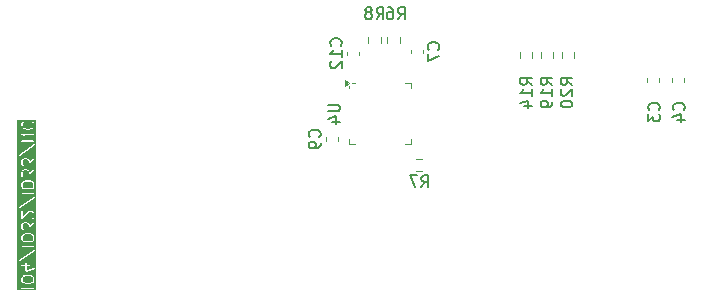
<source format=gbr>
%TF.GenerationSoftware,KiCad,Pcbnew,8.0.6*%
%TF.CreationDate,2024-11-25T13:49:05+01:00*%
%TF.ProjectId,esp32_POE,65737033-325f-4504-9f45-2e6b69636164,rev?*%
%TF.SameCoordinates,Original*%
%TF.FileFunction,Legend,Bot*%
%TF.FilePolarity,Positive*%
%FSLAX46Y46*%
G04 Gerber Fmt 4.6, Leading zero omitted, Abs format (unit mm)*
G04 Created by KiCad (PCBNEW 8.0.6) date 2024-11-25 13:49:05*
%MOMM*%
%LPD*%
G01*
G04 APERTURE LIST*
%ADD10C,0.100000*%
%ADD11C,0.150000*%
%ADD12C,0.120000*%
G04 APERTURE END LIST*
D10*
G36*
X208759161Y-142393645D02*
G01*
X208838867Y-142473351D01*
X208877580Y-142550776D01*
X208877580Y-142717645D01*
X208838867Y-142795070D01*
X208759161Y-142874776D01*
X208588092Y-142917544D01*
X208267069Y-142917544D01*
X208095999Y-142874776D01*
X208016292Y-142795069D01*
X207977580Y-142717645D01*
X207977580Y-142550776D01*
X208016292Y-142473352D01*
X208095999Y-142393645D01*
X208267069Y-142350878D01*
X208588092Y-142350878D01*
X208759161Y-142393645D01*
G37*
G36*
X208759161Y-138869836D02*
G01*
X208838867Y-138949542D01*
X208877580Y-139026967D01*
X208877580Y-139193836D01*
X208838867Y-139271261D01*
X208759161Y-139350967D01*
X208588092Y-139393735D01*
X208267069Y-139393735D01*
X208095999Y-139350967D01*
X208016292Y-139271260D01*
X207977580Y-139193836D01*
X207977580Y-139026967D01*
X208016292Y-138949543D01*
X208095999Y-138869836D01*
X208267069Y-138827069D01*
X208588092Y-138827069D01*
X208759161Y-138869836D01*
G37*
G36*
X208759161Y-134393646D02*
G01*
X208838867Y-134473352D01*
X208877580Y-134550777D01*
X208877580Y-134717646D01*
X208838867Y-134795071D01*
X208759161Y-134874777D01*
X208588092Y-134917545D01*
X208267069Y-134917545D01*
X208095999Y-134874777D01*
X208016292Y-134795070D01*
X207977580Y-134717646D01*
X207977580Y-134550777D01*
X208016292Y-134473353D01*
X208095999Y-134393646D01*
X208267069Y-134350879D01*
X208588092Y-134350879D01*
X208759161Y-134393646D01*
G37*
G36*
X209136185Y-143557226D02*
G01*
X207529325Y-143557226D01*
X207529325Y-143376981D01*
X207881386Y-143376981D01*
X207881386Y-143415249D01*
X207908446Y-143442309D01*
X207927580Y-143446115D01*
X208927580Y-143446115D01*
X208946714Y-143442309D01*
X208973774Y-143415249D01*
X208973774Y-143376981D01*
X208946714Y-143349921D01*
X208927580Y-143346115D01*
X207927580Y-143346115D01*
X207908446Y-143349921D01*
X207881386Y-143376981D01*
X207529325Y-143376981D01*
X207529325Y-142538973D01*
X207877580Y-142538973D01*
X207877580Y-142729449D01*
X207878068Y-142731905D01*
X207877706Y-142732994D01*
X207879822Y-142740721D01*
X207881386Y-142748583D01*
X207882197Y-142749394D01*
X207882859Y-142751810D01*
X207930479Y-142847048D01*
X207935394Y-142853382D01*
X207939845Y-142860042D01*
X208035083Y-142955280D01*
X208039585Y-142958288D01*
X208040672Y-142960099D01*
X208046210Y-142962715D01*
X208051304Y-142966119D01*
X208053415Y-142966119D01*
X208058311Y-142968432D01*
X208248787Y-143016051D01*
X208254904Y-143016348D01*
X208260914Y-143017544D01*
X208594247Y-143017544D01*
X208600256Y-143016348D01*
X208606374Y-143016051D01*
X208796850Y-142968432D01*
X208801746Y-142966119D01*
X208803857Y-142966119D01*
X208808950Y-142962715D01*
X208814489Y-142960099D01*
X208815575Y-142958288D01*
X208820078Y-142955280D01*
X208915316Y-142860042D01*
X208919766Y-142853382D01*
X208924682Y-142847048D01*
X208972301Y-142751810D01*
X208972962Y-142749394D01*
X208973774Y-142748583D01*
X208975337Y-142740721D01*
X208977454Y-142732994D01*
X208977091Y-142731905D01*
X208977580Y-142729449D01*
X208977580Y-142538973D01*
X208977091Y-142536516D01*
X208977454Y-142535428D01*
X208975337Y-142527700D01*
X208973774Y-142519839D01*
X208972962Y-142519027D01*
X208972301Y-142516612D01*
X208924682Y-142421374D01*
X208919766Y-142415039D01*
X208915316Y-142408380D01*
X208820078Y-142313142D01*
X208815575Y-142310133D01*
X208814489Y-142308323D01*
X208808950Y-142305706D01*
X208803857Y-142302303D01*
X208801746Y-142302303D01*
X208796850Y-142299990D01*
X208606374Y-142252371D01*
X208600256Y-142252073D01*
X208594247Y-142250878D01*
X208260914Y-142250878D01*
X208254904Y-142252073D01*
X208248787Y-142252371D01*
X208058311Y-142299990D01*
X208053415Y-142302303D01*
X208051304Y-142302303D01*
X208046210Y-142305706D01*
X208040672Y-142308323D01*
X208039585Y-142310133D01*
X208035083Y-142313142D01*
X207939845Y-142408380D01*
X207935394Y-142415039D01*
X207930479Y-142421374D01*
X207882859Y-142516612D01*
X207882197Y-142519027D01*
X207881386Y-142519839D01*
X207879822Y-142527700D01*
X207877706Y-142535428D01*
X207878068Y-142536516D01*
X207877580Y-142538973D01*
X207529325Y-142538973D01*
X207529325Y-141424601D01*
X207881386Y-141424601D01*
X207881386Y-141462869D01*
X207908446Y-141489929D01*
X207927580Y-141493735D01*
X208210914Y-141493735D01*
X208210914Y-141919925D01*
X208214720Y-141939059D01*
X208220538Y-141944877D01*
X208223141Y-141952685D01*
X208233550Y-141957889D01*
X208241780Y-141966119D01*
X208250010Y-141966119D01*
X208257370Y-141969799D01*
X208276725Y-141967359D01*
X208991011Y-141729264D01*
X209007959Y-141719603D01*
X209025074Y-141685374D01*
X209012972Y-141649070D01*
X208978744Y-141631956D01*
X208959388Y-141634396D01*
X208310914Y-141850554D01*
X208310914Y-141493735D01*
X208594247Y-141493735D01*
X208613381Y-141489929D01*
X208640441Y-141462869D01*
X208640441Y-141424601D01*
X208613381Y-141397541D01*
X208594247Y-141393735D01*
X208310914Y-141393735D01*
X208310914Y-141300878D01*
X208307108Y-141281744D01*
X208280048Y-141254684D01*
X208241780Y-141254684D01*
X208214720Y-141281744D01*
X208210914Y-141300878D01*
X208210914Y-141393735D01*
X207927580Y-141393735D01*
X207908446Y-141397541D01*
X207881386Y-141424601D01*
X207529325Y-141424601D01*
X207529325Y-141072485D01*
X207640436Y-141072485D01*
X207661663Y-141104326D01*
X207699188Y-141111831D01*
X207717220Y-141104385D01*
X209002935Y-140247243D01*
X209016744Y-140233462D01*
X209024249Y-140195937D01*
X209003022Y-140164096D01*
X208965496Y-140156591D01*
X208947465Y-140164038D01*
X207661750Y-141021179D01*
X207647941Y-141034960D01*
X207640436Y-141072485D01*
X207529325Y-141072485D01*
X207529325Y-139853172D01*
X207881386Y-139853172D01*
X207881386Y-139891440D01*
X207908446Y-139918500D01*
X207927580Y-139922306D01*
X208927580Y-139922306D01*
X208946714Y-139918500D01*
X208973774Y-139891440D01*
X208973774Y-139853172D01*
X208946714Y-139826112D01*
X208927580Y-139822306D01*
X207927580Y-139822306D01*
X207908446Y-139826112D01*
X207881386Y-139853172D01*
X207529325Y-139853172D01*
X207529325Y-139015164D01*
X207877580Y-139015164D01*
X207877580Y-139205640D01*
X207878068Y-139208096D01*
X207877706Y-139209185D01*
X207879822Y-139216912D01*
X207881386Y-139224774D01*
X207882197Y-139225585D01*
X207882859Y-139228001D01*
X207930479Y-139323239D01*
X207935394Y-139329573D01*
X207939845Y-139336233D01*
X208035083Y-139431471D01*
X208039585Y-139434479D01*
X208040672Y-139436290D01*
X208046210Y-139438906D01*
X208051304Y-139442310D01*
X208053415Y-139442310D01*
X208058311Y-139444623D01*
X208248787Y-139492242D01*
X208254904Y-139492539D01*
X208260914Y-139493735D01*
X208594247Y-139493735D01*
X208600256Y-139492539D01*
X208606374Y-139492242D01*
X208796850Y-139444623D01*
X208801746Y-139442310D01*
X208803857Y-139442310D01*
X208808950Y-139438906D01*
X208814489Y-139436290D01*
X208815575Y-139434479D01*
X208820078Y-139431471D01*
X208915316Y-139336233D01*
X208919766Y-139329573D01*
X208924682Y-139323239D01*
X208972301Y-139228001D01*
X208972962Y-139225585D01*
X208973774Y-139224774D01*
X208975337Y-139216912D01*
X208977454Y-139209185D01*
X208977091Y-139208096D01*
X208977580Y-139205640D01*
X208977580Y-139015164D01*
X208977091Y-139012707D01*
X208977454Y-139011619D01*
X208975337Y-139003891D01*
X208973774Y-138996030D01*
X208972962Y-138995218D01*
X208972301Y-138992803D01*
X208924682Y-138897565D01*
X208919766Y-138891230D01*
X208915316Y-138884571D01*
X208820078Y-138789333D01*
X208815575Y-138786324D01*
X208814489Y-138784514D01*
X208808950Y-138781897D01*
X208803857Y-138778494D01*
X208801746Y-138778494D01*
X208796850Y-138776181D01*
X208606374Y-138728562D01*
X208600256Y-138728264D01*
X208594247Y-138727069D01*
X208260914Y-138727069D01*
X208254904Y-138728264D01*
X208248787Y-138728562D01*
X208058311Y-138776181D01*
X208053415Y-138778494D01*
X208051304Y-138778494D01*
X208046210Y-138781897D01*
X208040672Y-138784514D01*
X208039585Y-138786324D01*
X208035083Y-138789333D01*
X207939845Y-138884571D01*
X207935394Y-138891230D01*
X207930479Y-138897565D01*
X207882859Y-138992803D01*
X207882197Y-138995218D01*
X207881386Y-138996030D01*
X207879822Y-139003891D01*
X207877706Y-139011619D01*
X207878068Y-139012707D01*
X207877580Y-139015164D01*
X207529325Y-139015164D01*
X207529325Y-138015164D01*
X207877580Y-138015164D01*
X207877580Y-138300878D01*
X207878068Y-138303334D01*
X207877706Y-138304423D01*
X207879822Y-138312150D01*
X207881386Y-138320012D01*
X207882197Y-138320823D01*
X207882859Y-138323239D01*
X207930479Y-138418477D01*
X207935394Y-138424811D01*
X207939845Y-138431471D01*
X207987463Y-138479090D01*
X208003684Y-138489929D01*
X208041953Y-138489929D01*
X208069013Y-138462869D01*
X208069013Y-138424600D01*
X208058174Y-138408379D01*
X208016292Y-138366498D01*
X207977580Y-138289074D01*
X207977580Y-138026967D01*
X208016292Y-137949543D01*
X208052437Y-137913399D01*
X208129861Y-137874688D01*
X208344349Y-137874688D01*
X208421772Y-137913399D01*
X208457916Y-137949544D01*
X208496628Y-138026967D01*
X208496628Y-138158021D01*
X208499402Y-138171967D01*
X208499264Y-138174040D01*
X208499976Y-138174854D01*
X208500434Y-138177155D01*
X208512874Y-138189595D01*
X208524463Y-138202840D01*
X208526237Y-138202958D01*
X208527494Y-138204215D01*
X208545093Y-138204215D01*
X208562647Y-138205385D01*
X208564679Y-138204215D01*
X208565762Y-138204215D01*
X208567232Y-138202744D01*
X208579553Y-138195650D01*
X208877580Y-137934876D01*
X208877580Y-138443735D01*
X208881386Y-138462869D01*
X208908446Y-138489929D01*
X208946714Y-138489929D01*
X208973774Y-138462869D01*
X208977580Y-138443735D01*
X208977580Y-137824688D01*
X208974805Y-137810741D01*
X208974944Y-137808669D01*
X208974231Y-137807854D01*
X208973774Y-137805554D01*
X208961333Y-137793113D01*
X208949745Y-137779869D01*
X208947970Y-137779750D01*
X208946714Y-137778494D01*
X208929115Y-137778494D01*
X208911561Y-137777324D01*
X208909529Y-137778494D01*
X208908446Y-137778494D01*
X208906975Y-137779964D01*
X208894655Y-137787059D01*
X208596628Y-138047832D01*
X208596628Y-138015164D01*
X208596139Y-138012707D01*
X208596502Y-138011619D01*
X208594385Y-138003891D01*
X208592822Y-137996030D01*
X208592010Y-137995218D01*
X208591349Y-137992803D01*
X208543730Y-137897565D01*
X208538818Y-137891236D01*
X208534364Y-137884570D01*
X208486745Y-137836952D01*
X208480083Y-137832500D01*
X208473750Y-137827585D01*
X208378513Y-137779967D01*
X208376097Y-137779305D01*
X208375286Y-137778494D01*
X208367424Y-137776930D01*
X208359697Y-137774814D01*
X208358608Y-137775176D01*
X208356152Y-137774688D01*
X208118057Y-137774688D01*
X208115600Y-137775176D01*
X208114512Y-137774814D01*
X208106784Y-137776930D01*
X208098923Y-137778494D01*
X208098111Y-137779305D01*
X208095696Y-137779967D01*
X208000458Y-137827586D01*
X207994129Y-137832497D01*
X207987463Y-137836952D01*
X207939845Y-137884571D01*
X207935394Y-137891230D01*
X207930479Y-137897565D01*
X207882859Y-137992803D01*
X207882197Y-137995218D01*
X207881386Y-137996030D01*
X207879822Y-138003891D01*
X207877706Y-138011619D01*
X207878068Y-138012707D01*
X207877580Y-138015164D01*
X207529325Y-138015164D01*
X207529325Y-136872307D01*
X207877580Y-136872307D01*
X207877580Y-137491354D01*
X207881386Y-137510488D01*
X207908446Y-137537548D01*
X207946714Y-137537548D01*
X207962935Y-137526709D01*
X208526017Y-136963627D01*
X208649979Y-136922307D01*
X208725301Y-136922307D01*
X208802724Y-136961018D01*
X208838868Y-136997163D01*
X208877580Y-137074586D01*
X208877580Y-137289074D01*
X208838868Y-137366497D01*
X208796987Y-137408380D01*
X208786148Y-137424601D01*
X208786148Y-137462869D01*
X208813208Y-137489929D01*
X208851476Y-137489929D01*
X208867697Y-137479090D01*
X208915316Y-137431472D01*
X208919770Y-137424805D01*
X208924682Y-137418477D01*
X208972301Y-137323239D01*
X208972962Y-137320823D01*
X208973774Y-137320012D01*
X208975337Y-137312150D01*
X208977454Y-137304423D01*
X208977091Y-137303334D01*
X208977580Y-137300878D01*
X208977580Y-137062783D01*
X208977091Y-137060326D01*
X208977454Y-137059238D01*
X208975337Y-137051510D01*
X208973774Y-137043649D01*
X208972962Y-137042837D01*
X208972301Y-137040422D01*
X208924682Y-136945184D01*
X208919770Y-136938855D01*
X208915316Y-136932189D01*
X208867697Y-136884571D01*
X208861035Y-136880119D01*
X208854702Y-136875204D01*
X208759465Y-136827586D01*
X208757049Y-136826924D01*
X208756238Y-136826113D01*
X208748376Y-136824549D01*
X208740649Y-136822433D01*
X208739560Y-136822795D01*
X208737104Y-136822307D01*
X208641866Y-136822307D01*
X208634004Y-136823870D01*
X208626054Y-136824873D01*
X208483198Y-136872492D01*
X208481023Y-136873732D01*
X208479875Y-136873732D01*
X208473214Y-136878182D01*
X208466249Y-136882153D01*
X208465735Y-136883180D01*
X208463654Y-136884571D01*
X207977580Y-137370644D01*
X207977580Y-136872307D01*
X207973774Y-136853173D01*
X207946714Y-136826113D01*
X207908446Y-136826113D01*
X207881386Y-136853173D01*
X207877580Y-136872307D01*
X207529325Y-136872307D01*
X207529325Y-136596295D01*
X207640436Y-136596295D01*
X207661663Y-136628136D01*
X207699188Y-136635641D01*
X207717220Y-136628195D01*
X209002935Y-135771053D01*
X209016744Y-135757272D01*
X209024249Y-135719747D01*
X209003022Y-135687906D01*
X208965496Y-135680401D01*
X208947465Y-135687848D01*
X207661750Y-136544989D01*
X207647941Y-136558770D01*
X207640436Y-136596295D01*
X207529325Y-136596295D01*
X207529325Y-135376982D01*
X207881386Y-135376982D01*
X207881386Y-135415250D01*
X207908446Y-135442310D01*
X207927580Y-135446116D01*
X208927580Y-135446116D01*
X208946714Y-135442310D01*
X208973774Y-135415250D01*
X208973774Y-135376982D01*
X208946714Y-135349922D01*
X208927580Y-135346116D01*
X207927580Y-135346116D01*
X207908446Y-135349922D01*
X207881386Y-135376982D01*
X207529325Y-135376982D01*
X207529325Y-134538974D01*
X207877580Y-134538974D01*
X207877580Y-134729450D01*
X207878068Y-134731906D01*
X207877706Y-134732995D01*
X207879822Y-134740722D01*
X207881386Y-134748584D01*
X207882197Y-134749395D01*
X207882859Y-134751811D01*
X207930479Y-134847049D01*
X207935394Y-134853383D01*
X207939845Y-134860043D01*
X208035083Y-134955281D01*
X208039585Y-134958289D01*
X208040672Y-134960100D01*
X208046210Y-134962716D01*
X208051304Y-134966120D01*
X208053415Y-134966120D01*
X208058311Y-134968433D01*
X208248787Y-135016052D01*
X208254904Y-135016349D01*
X208260914Y-135017545D01*
X208594247Y-135017545D01*
X208600256Y-135016349D01*
X208606374Y-135016052D01*
X208796850Y-134968433D01*
X208801746Y-134966120D01*
X208803857Y-134966120D01*
X208808950Y-134962716D01*
X208814489Y-134960100D01*
X208815575Y-134958289D01*
X208820078Y-134955281D01*
X208915316Y-134860043D01*
X208919766Y-134853383D01*
X208924682Y-134847049D01*
X208972301Y-134751811D01*
X208972962Y-134749395D01*
X208973774Y-134748584D01*
X208975337Y-134740722D01*
X208977454Y-134732995D01*
X208977091Y-134731906D01*
X208977580Y-134729450D01*
X208977580Y-134538974D01*
X208977091Y-134536517D01*
X208977454Y-134535429D01*
X208975337Y-134527701D01*
X208973774Y-134519840D01*
X208972962Y-134519028D01*
X208972301Y-134516613D01*
X208924682Y-134421375D01*
X208919766Y-134415040D01*
X208915316Y-134408381D01*
X208820078Y-134313143D01*
X208815575Y-134310134D01*
X208814489Y-134308324D01*
X208808950Y-134305707D01*
X208803857Y-134302304D01*
X208801746Y-134302304D01*
X208796850Y-134299991D01*
X208606374Y-134252372D01*
X208600256Y-134252074D01*
X208594247Y-134250879D01*
X208260914Y-134250879D01*
X208254904Y-134252074D01*
X208248787Y-134252372D01*
X208058311Y-134299991D01*
X208053415Y-134302304D01*
X208051304Y-134302304D01*
X208046210Y-134305707D01*
X208040672Y-134308324D01*
X208039585Y-134310134D01*
X208035083Y-134313143D01*
X207939845Y-134408381D01*
X207935394Y-134415040D01*
X207930479Y-134421375D01*
X207882859Y-134516613D01*
X207882197Y-134519028D01*
X207881386Y-134519840D01*
X207879822Y-134527701D01*
X207877706Y-134535429D01*
X207878068Y-134536517D01*
X207877580Y-134538974D01*
X207529325Y-134538974D01*
X207529325Y-133538974D01*
X207877580Y-133538974D01*
X207877580Y-133824688D01*
X207878068Y-133827144D01*
X207877706Y-133828233D01*
X207879822Y-133835960D01*
X207881386Y-133843822D01*
X207882197Y-133844633D01*
X207882859Y-133847049D01*
X207930479Y-133942287D01*
X207935394Y-133948621D01*
X207939845Y-133955281D01*
X207987463Y-134002900D01*
X208003684Y-134013739D01*
X208041953Y-134013739D01*
X208069013Y-133986679D01*
X208069013Y-133948410D01*
X208058174Y-133932189D01*
X208016292Y-133890308D01*
X207977580Y-133812884D01*
X207977580Y-133550777D01*
X208016292Y-133473353D01*
X208052437Y-133437209D01*
X208129861Y-133398498D01*
X208344349Y-133398498D01*
X208421772Y-133437209D01*
X208457916Y-133473354D01*
X208496628Y-133550777D01*
X208496628Y-133681831D01*
X208499402Y-133695777D01*
X208499264Y-133697850D01*
X208499976Y-133698664D01*
X208500434Y-133700965D01*
X208512874Y-133713405D01*
X208524463Y-133726650D01*
X208526237Y-133726768D01*
X208527494Y-133728025D01*
X208545093Y-133728025D01*
X208562647Y-133729195D01*
X208564679Y-133728025D01*
X208565762Y-133728025D01*
X208567232Y-133726554D01*
X208579553Y-133719460D01*
X208877580Y-133458686D01*
X208877580Y-133967545D01*
X208881386Y-133986679D01*
X208908446Y-134013739D01*
X208946714Y-134013739D01*
X208973774Y-133986679D01*
X208977580Y-133967545D01*
X208977580Y-133348498D01*
X208974805Y-133334551D01*
X208974944Y-133332479D01*
X208974231Y-133331664D01*
X208973774Y-133329364D01*
X208961333Y-133316923D01*
X208949745Y-133303679D01*
X208947970Y-133303560D01*
X208946714Y-133302304D01*
X208929115Y-133302304D01*
X208911561Y-133301134D01*
X208909529Y-133302304D01*
X208908446Y-133302304D01*
X208906975Y-133303774D01*
X208894655Y-133310869D01*
X208596628Y-133571642D01*
X208596628Y-133538974D01*
X208596139Y-133536517D01*
X208596502Y-133535429D01*
X208594385Y-133527701D01*
X208592822Y-133519840D01*
X208592010Y-133519028D01*
X208591349Y-133516613D01*
X208543730Y-133421375D01*
X208538818Y-133415046D01*
X208534364Y-133408380D01*
X208486745Y-133360762D01*
X208480083Y-133356310D01*
X208473750Y-133351395D01*
X208378513Y-133303777D01*
X208376097Y-133303115D01*
X208375286Y-133302304D01*
X208367424Y-133300740D01*
X208359697Y-133298624D01*
X208358608Y-133298986D01*
X208356152Y-133298498D01*
X208118057Y-133298498D01*
X208115600Y-133298986D01*
X208114512Y-133298624D01*
X208106784Y-133300740D01*
X208098923Y-133302304D01*
X208098111Y-133303115D01*
X208095696Y-133303777D01*
X208000458Y-133351396D01*
X207994129Y-133356307D01*
X207987463Y-133360762D01*
X207939845Y-133408381D01*
X207935394Y-133415040D01*
X207930479Y-133421375D01*
X207882859Y-133516613D01*
X207882197Y-133519028D01*
X207881386Y-133519840D01*
X207879822Y-133527701D01*
X207877706Y-133535429D01*
X207878068Y-133536517D01*
X207877580Y-133538974D01*
X207529325Y-133538974D01*
X207529325Y-132586593D01*
X207877580Y-132586593D01*
X207877580Y-132872307D01*
X207878068Y-132874763D01*
X207877706Y-132875852D01*
X207879822Y-132883579D01*
X207881386Y-132891441D01*
X207882197Y-132892252D01*
X207882859Y-132894668D01*
X207930479Y-132989906D01*
X207935394Y-132996240D01*
X207939845Y-133002900D01*
X207987463Y-133050519D01*
X208003684Y-133061358D01*
X208041953Y-133061358D01*
X208069013Y-133034298D01*
X208069013Y-132996029D01*
X208058174Y-132979808D01*
X208016292Y-132937927D01*
X207977580Y-132860503D01*
X207977580Y-132598396D01*
X208016292Y-132520972D01*
X208052437Y-132484828D01*
X208129861Y-132446117D01*
X208344349Y-132446117D01*
X208421772Y-132484828D01*
X208457916Y-132520973D01*
X208496628Y-132598396D01*
X208496628Y-132729450D01*
X208499402Y-132743396D01*
X208499264Y-132745469D01*
X208499976Y-132746283D01*
X208500434Y-132748584D01*
X208512874Y-132761024D01*
X208524463Y-132774269D01*
X208526237Y-132774387D01*
X208527494Y-132775644D01*
X208545093Y-132775644D01*
X208562647Y-132776814D01*
X208564679Y-132775644D01*
X208565762Y-132775644D01*
X208567232Y-132774173D01*
X208579553Y-132767079D01*
X208877580Y-132506305D01*
X208877580Y-133015164D01*
X208881386Y-133034298D01*
X208908446Y-133061358D01*
X208946714Y-133061358D01*
X208973774Y-133034298D01*
X208977580Y-133015164D01*
X208977580Y-132396117D01*
X208974805Y-132382170D01*
X208974944Y-132380098D01*
X208974231Y-132379283D01*
X208973774Y-132376983D01*
X208961333Y-132364542D01*
X208949745Y-132351298D01*
X208947970Y-132351179D01*
X208946714Y-132349923D01*
X208929115Y-132349923D01*
X208911561Y-132348753D01*
X208909529Y-132349923D01*
X208908446Y-132349923D01*
X208906975Y-132351393D01*
X208894655Y-132358488D01*
X208596628Y-132619261D01*
X208596628Y-132586593D01*
X208596139Y-132584136D01*
X208596502Y-132583048D01*
X208594385Y-132575320D01*
X208592822Y-132567459D01*
X208592010Y-132566647D01*
X208591349Y-132564232D01*
X208543730Y-132468994D01*
X208538818Y-132462665D01*
X208534364Y-132455999D01*
X208486745Y-132408381D01*
X208480083Y-132403929D01*
X208473750Y-132399014D01*
X208378513Y-132351396D01*
X208376097Y-132350734D01*
X208375286Y-132349923D01*
X208367424Y-132348359D01*
X208359697Y-132346243D01*
X208358608Y-132346605D01*
X208356152Y-132346117D01*
X208118057Y-132346117D01*
X208115600Y-132346605D01*
X208114512Y-132346243D01*
X208106784Y-132348359D01*
X208098923Y-132349923D01*
X208098111Y-132350734D01*
X208095696Y-132351396D01*
X208000458Y-132399015D01*
X207994129Y-132403926D01*
X207987463Y-132408381D01*
X207939845Y-132456000D01*
X207935394Y-132462659D01*
X207930479Y-132468994D01*
X207882859Y-132564232D01*
X207882197Y-132566647D01*
X207881386Y-132567459D01*
X207879822Y-132575320D01*
X207877706Y-132583048D01*
X207878068Y-132584136D01*
X207877580Y-132586593D01*
X207529325Y-132586593D01*
X207529325Y-132120105D01*
X207640436Y-132120105D01*
X207661663Y-132151946D01*
X207699188Y-132159451D01*
X207717220Y-132152005D01*
X209002935Y-131294863D01*
X209016744Y-131281082D01*
X209024249Y-131243557D01*
X209003022Y-131211716D01*
X208965496Y-131204211D01*
X208947465Y-131211658D01*
X207661750Y-132068799D01*
X207647941Y-132082580D01*
X207640436Y-132120105D01*
X207529325Y-132120105D01*
X207529325Y-130342192D01*
X207877979Y-130342192D01*
X207881386Y-130354684D01*
X207881386Y-130367632D01*
X207886240Y-130372486D01*
X207888048Y-130379113D01*
X207902773Y-130391910D01*
X208739302Y-130869926D01*
X207927580Y-130869926D01*
X207908446Y-130873732D01*
X207881386Y-130900792D01*
X207881386Y-130939060D01*
X207908446Y-130966120D01*
X207927580Y-130969926D01*
X208927580Y-130969926D01*
X208946714Y-130966120D01*
X208951568Y-130961265D01*
X208958195Y-130959458D01*
X208964620Y-130948213D01*
X208973774Y-130939060D01*
X208973774Y-130932194D01*
X208977181Y-130926232D01*
X208973774Y-130913739D01*
X208973774Y-130900792D01*
X208968918Y-130895936D01*
X208967112Y-130889312D01*
X208952387Y-130876514D01*
X208115858Y-130398498D01*
X208927580Y-130398498D01*
X208946714Y-130394692D01*
X208973774Y-130367632D01*
X208973774Y-130329364D01*
X208946714Y-130302304D01*
X208927580Y-130298498D01*
X207927580Y-130298498D01*
X207908446Y-130302304D01*
X207903591Y-130307158D01*
X207896965Y-130308966D01*
X207890539Y-130320210D01*
X207881386Y-130329364D01*
X207881386Y-130336229D01*
X207877979Y-130342192D01*
X207529325Y-130342192D01*
X207529325Y-129491355D01*
X207877580Y-129491355D01*
X207877580Y-129586593D01*
X207879143Y-129594454D01*
X207880146Y-129602405D01*
X207927766Y-129745262D01*
X207929006Y-129747437D01*
X207929006Y-129748584D01*
X207933455Y-129755242D01*
X207937427Y-129762210D01*
X207938454Y-129762723D01*
X207939845Y-129764805D01*
X208035083Y-129860043D01*
X208041742Y-129864493D01*
X208048077Y-129869409D01*
X208143315Y-129917028D01*
X208148596Y-129918474D01*
X208153549Y-129920814D01*
X208344025Y-129968433D01*
X208350142Y-129968730D01*
X208356152Y-129969926D01*
X208499009Y-129969926D01*
X208505018Y-129968730D01*
X208511136Y-129968433D01*
X208701612Y-129920814D01*
X208706564Y-129918474D01*
X208711846Y-129917028D01*
X208807083Y-129869410D01*
X208813416Y-129864494D01*
X208820078Y-129860043D01*
X208915316Y-129764805D01*
X208916706Y-129762723D01*
X208917734Y-129762210D01*
X208921704Y-129755244D01*
X208926155Y-129748584D01*
X208926155Y-129747436D01*
X208927395Y-129745261D01*
X208975014Y-129602405D01*
X208976016Y-129594454D01*
X208977580Y-129586593D01*
X208977580Y-129491355D01*
X208976016Y-129483493D01*
X208975014Y-129475543D01*
X208927395Y-129332687D01*
X208926155Y-129330511D01*
X208926155Y-129329363D01*
X208921700Y-129322696D01*
X208917734Y-129315738D01*
X208916707Y-129315224D01*
X208915316Y-129313142D01*
X208867697Y-129265524D01*
X208851476Y-129254685D01*
X208813208Y-129254685D01*
X208786148Y-129281745D01*
X208786148Y-129320013D01*
X208796987Y-129336234D01*
X208836259Y-129375507D01*
X208877580Y-129499468D01*
X208877580Y-129578480D01*
X208836259Y-129702441D01*
X208755106Y-129783595D01*
X208672034Y-129825131D01*
X208492854Y-129869926D01*
X208362307Y-129869926D01*
X208183128Y-129825131D01*
X208100054Y-129783594D01*
X208018901Y-129702441D01*
X207977580Y-129578478D01*
X207977580Y-129499469D01*
X208018901Y-129375506D01*
X208058174Y-129336235D01*
X208069013Y-129320014D01*
X208069013Y-129281745D01*
X208041953Y-129254685D01*
X208003684Y-129254685D01*
X207987463Y-129265524D01*
X207939845Y-129313143D01*
X207938454Y-129315224D01*
X207937427Y-129315738D01*
X207933455Y-129322705D01*
X207929006Y-129329364D01*
X207929006Y-129330510D01*
X207927766Y-129332686D01*
X207880146Y-129475543D01*
X207879143Y-129483493D01*
X207877580Y-129491355D01*
X207529325Y-129491355D01*
X207529325Y-129143574D01*
X209136185Y-129143574D01*
X209136185Y-143557226D01*
G37*
D11*
X237941666Y-120604819D02*
X238274999Y-120128628D01*
X238513094Y-120604819D02*
X238513094Y-119604819D01*
X238513094Y-119604819D02*
X238132142Y-119604819D01*
X238132142Y-119604819D02*
X238036904Y-119652438D01*
X238036904Y-119652438D02*
X237989285Y-119700057D01*
X237989285Y-119700057D02*
X237941666Y-119795295D01*
X237941666Y-119795295D02*
X237941666Y-119938152D01*
X237941666Y-119938152D02*
X237989285Y-120033390D01*
X237989285Y-120033390D02*
X238036904Y-120081009D01*
X238036904Y-120081009D02*
X238132142Y-120128628D01*
X238132142Y-120128628D02*
X238513094Y-120128628D01*
X237370237Y-120033390D02*
X237465475Y-119985771D01*
X237465475Y-119985771D02*
X237513094Y-119938152D01*
X237513094Y-119938152D02*
X237560713Y-119842914D01*
X237560713Y-119842914D02*
X237560713Y-119795295D01*
X237560713Y-119795295D02*
X237513094Y-119700057D01*
X237513094Y-119700057D02*
X237465475Y-119652438D01*
X237465475Y-119652438D02*
X237370237Y-119604819D01*
X237370237Y-119604819D02*
X237179761Y-119604819D01*
X237179761Y-119604819D02*
X237084523Y-119652438D01*
X237084523Y-119652438D02*
X237036904Y-119700057D01*
X237036904Y-119700057D02*
X236989285Y-119795295D01*
X236989285Y-119795295D02*
X236989285Y-119842914D01*
X236989285Y-119842914D02*
X237036904Y-119938152D01*
X237036904Y-119938152D02*
X237084523Y-119985771D01*
X237084523Y-119985771D02*
X237179761Y-120033390D01*
X237179761Y-120033390D02*
X237370237Y-120033390D01*
X237370237Y-120033390D02*
X237465475Y-120081009D01*
X237465475Y-120081009D02*
X237513094Y-120128628D01*
X237513094Y-120128628D02*
X237560713Y-120223866D01*
X237560713Y-120223866D02*
X237560713Y-120414342D01*
X237560713Y-120414342D02*
X237513094Y-120509580D01*
X237513094Y-120509580D02*
X237465475Y-120557200D01*
X237465475Y-120557200D02*
X237370237Y-120604819D01*
X237370237Y-120604819D02*
X237179761Y-120604819D01*
X237179761Y-120604819D02*
X237084523Y-120557200D01*
X237084523Y-120557200D02*
X237036904Y-120509580D01*
X237036904Y-120509580D02*
X236989285Y-120414342D01*
X236989285Y-120414342D02*
X236989285Y-120223866D01*
X236989285Y-120223866D02*
X237036904Y-120128628D01*
X237036904Y-120128628D02*
X237084523Y-120081009D01*
X237084523Y-120081009D02*
X237179761Y-120033390D01*
X233849819Y-127838095D02*
X234659342Y-127838095D01*
X234659342Y-127838095D02*
X234754580Y-127885714D01*
X234754580Y-127885714D02*
X234802200Y-127933333D01*
X234802200Y-127933333D02*
X234849819Y-128028571D01*
X234849819Y-128028571D02*
X234849819Y-128219047D01*
X234849819Y-128219047D02*
X234802200Y-128314285D01*
X234802200Y-128314285D02*
X234754580Y-128361904D01*
X234754580Y-128361904D02*
X234659342Y-128409523D01*
X234659342Y-128409523D02*
X233849819Y-128409523D01*
X234183152Y-129314285D02*
X234849819Y-129314285D01*
X233802200Y-129076190D02*
X234516485Y-128838095D01*
X234516485Y-128838095D02*
X234516485Y-129457142D01*
X251129819Y-126157142D02*
X250653628Y-125823809D01*
X251129819Y-125585714D02*
X250129819Y-125585714D01*
X250129819Y-125585714D02*
X250129819Y-125966666D01*
X250129819Y-125966666D02*
X250177438Y-126061904D01*
X250177438Y-126061904D02*
X250225057Y-126109523D01*
X250225057Y-126109523D02*
X250320295Y-126157142D01*
X250320295Y-126157142D02*
X250463152Y-126157142D01*
X250463152Y-126157142D02*
X250558390Y-126109523D01*
X250558390Y-126109523D02*
X250606009Y-126061904D01*
X250606009Y-126061904D02*
X250653628Y-125966666D01*
X250653628Y-125966666D02*
X250653628Y-125585714D01*
X251129819Y-127109523D02*
X251129819Y-126538095D01*
X251129819Y-126823809D02*
X250129819Y-126823809D01*
X250129819Y-126823809D02*
X250272676Y-126728571D01*
X250272676Y-126728571D02*
X250367914Y-126633333D01*
X250367914Y-126633333D02*
X250415533Y-126538095D01*
X250463152Y-127966666D02*
X251129819Y-127966666D01*
X250082200Y-127728571D02*
X250796485Y-127490476D01*
X250796485Y-127490476D02*
X250796485Y-128109523D01*
X263934580Y-128283333D02*
X263982200Y-128235714D01*
X263982200Y-128235714D02*
X264029819Y-128092857D01*
X264029819Y-128092857D02*
X264029819Y-127997619D01*
X264029819Y-127997619D02*
X263982200Y-127854762D01*
X263982200Y-127854762D02*
X263886961Y-127759524D01*
X263886961Y-127759524D02*
X263791723Y-127711905D01*
X263791723Y-127711905D02*
X263601247Y-127664286D01*
X263601247Y-127664286D02*
X263458390Y-127664286D01*
X263458390Y-127664286D02*
X263267914Y-127711905D01*
X263267914Y-127711905D02*
X263172676Y-127759524D01*
X263172676Y-127759524D02*
X263077438Y-127854762D01*
X263077438Y-127854762D02*
X263029819Y-127997619D01*
X263029819Y-127997619D02*
X263029819Y-128092857D01*
X263029819Y-128092857D02*
X263077438Y-128235714D01*
X263077438Y-128235714D02*
X263125057Y-128283333D01*
X263363152Y-129140476D02*
X264029819Y-129140476D01*
X262982200Y-128902381D02*
X263696485Y-128664286D01*
X263696485Y-128664286D02*
X263696485Y-129283333D01*
X239741666Y-120604819D02*
X240074999Y-120128628D01*
X240313094Y-120604819D02*
X240313094Y-119604819D01*
X240313094Y-119604819D02*
X239932142Y-119604819D01*
X239932142Y-119604819D02*
X239836904Y-119652438D01*
X239836904Y-119652438D02*
X239789285Y-119700057D01*
X239789285Y-119700057D02*
X239741666Y-119795295D01*
X239741666Y-119795295D02*
X239741666Y-119938152D01*
X239741666Y-119938152D02*
X239789285Y-120033390D01*
X239789285Y-120033390D02*
X239836904Y-120081009D01*
X239836904Y-120081009D02*
X239932142Y-120128628D01*
X239932142Y-120128628D02*
X240313094Y-120128628D01*
X238884523Y-119604819D02*
X239074999Y-119604819D01*
X239074999Y-119604819D02*
X239170237Y-119652438D01*
X239170237Y-119652438D02*
X239217856Y-119700057D01*
X239217856Y-119700057D02*
X239313094Y-119842914D01*
X239313094Y-119842914D02*
X239360713Y-120033390D01*
X239360713Y-120033390D02*
X239360713Y-120414342D01*
X239360713Y-120414342D02*
X239313094Y-120509580D01*
X239313094Y-120509580D02*
X239265475Y-120557200D01*
X239265475Y-120557200D02*
X239170237Y-120604819D01*
X239170237Y-120604819D02*
X238979761Y-120604819D01*
X238979761Y-120604819D02*
X238884523Y-120557200D01*
X238884523Y-120557200D02*
X238836904Y-120509580D01*
X238836904Y-120509580D02*
X238789285Y-120414342D01*
X238789285Y-120414342D02*
X238789285Y-120176247D01*
X238789285Y-120176247D02*
X238836904Y-120081009D01*
X238836904Y-120081009D02*
X238884523Y-120033390D01*
X238884523Y-120033390D02*
X238979761Y-119985771D01*
X238979761Y-119985771D02*
X239170237Y-119985771D01*
X239170237Y-119985771D02*
X239265475Y-120033390D01*
X239265475Y-120033390D02*
X239313094Y-120081009D01*
X239313094Y-120081009D02*
X239360713Y-120176247D01*
X234904580Y-122844642D02*
X234952200Y-122797023D01*
X234952200Y-122797023D02*
X234999819Y-122654166D01*
X234999819Y-122654166D02*
X234999819Y-122558928D01*
X234999819Y-122558928D02*
X234952200Y-122416071D01*
X234952200Y-122416071D02*
X234856961Y-122320833D01*
X234856961Y-122320833D02*
X234761723Y-122273214D01*
X234761723Y-122273214D02*
X234571247Y-122225595D01*
X234571247Y-122225595D02*
X234428390Y-122225595D01*
X234428390Y-122225595D02*
X234237914Y-122273214D01*
X234237914Y-122273214D02*
X234142676Y-122320833D01*
X234142676Y-122320833D02*
X234047438Y-122416071D01*
X234047438Y-122416071D02*
X233999819Y-122558928D01*
X233999819Y-122558928D02*
X233999819Y-122654166D01*
X233999819Y-122654166D02*
X234047438Y-122797023D01*
X234047438Y-122797023D02*
X234095057Y-122844642D01*
X234999819Y-123797023D02*
X234999819Y-123225595D01*
X234999819Y-123511309D02*
X233999819Y-123511309D01*
X233999819Y-123511309D02*
X234142676Y-123416071D01*
X234142676Y-123416071D02*
X234237914Y-123320833D01*
X234237914Y-123320833D02*
X234285533Y-123225595D01*
X234095057Y-124177976D02*
X234047438Y-124225595D01*
X234047438Y-124225595D02*
X233999819Y-124320833D01*
X233999819Y-124320833D02*
X233999819Y-124558928D01*
X233999819Y-124558928D02*
X234047438Y-124654166D01*
X234047438Y-124654166D02*
X234095057Y-124701785D01*
X234095057Y-124701785D02*
X234190295Y-124749404D01*
X234190295Y-124749404D02*
X234285533Y-124749404D01*
X234285533Y-124749404D02*
X234428390Y-124701785D01*
X234428390Y-124701785D02*
X234999819Y-124130357D01*
X234999819Y-124130357D02*
X234999819Y-124749404D01*
X261834580Y-128283333D02*
X261882200Y-128235714D01*
X261882200Y-128235714D02*
X261929819Y-128092857D01*
X261929819Y-128092857D02*
X261929819Y-127997619D01*
X261929819Y-127997619D02*
X261882200Y-127854762D01*
X261882200Y-127854762D02*
X261786961Y-127759524D01*
X261786961Y-127759524D02*
X261691723Y-127711905D01*
X261691723Y-127711905D02*
X261501247Y-127664286D01*
X261501247Y-127664286D02*
X261358390Y-127664286D01*
X261358390Y-127664286D02*
X261167914Y-127711905D01*
X261167914Y-127711905D02*
X261072676Y-127759524D01*
X261072676Y-127759524D02*
X260977438Y-127854762D01*
X260977438Y-127854762D02*
X260929819Y-127997619D01*
X260929819Y-127997619D02*
X260929819Y-128092857D01*
X260929819Y-128092857D02*
X260977438Y-128235714D01*
X260977438Y-128235714D02*
X261025057Y-128283333D01*
X260929819Y-128616667D02*
X260929819Y-129235714D01*
X260929819Y-129235714D02*
X261310771Y-128902381D01*
X261310771Y-128902381D02*
X261310771Y-129045238D01*
X261310771Y-129045238D02*
X261358390Y-129140476D01*
X261358390Y-129140476D02*
X261406009Y-129188095D01*
X261406009Y-129188095D02*
X261501247Y-129235714D01*
X261501247Y-129235714D02*
X261739342Y-129235714D01*
X261739342Y-129235714D02*
X261834580Y-129188095D01*
X261834580Y-129188095D02*
X261882200Y-129140476D01*
X261882200Y-129140476D02*
X261929819Y-129045238D01*
X261929819Y-129045238D02*
X261929819Y-128759524D01*
X261929819Y-128759524D02*
X261882200Y-128664286D01*
X261882200Y-128664286D02*
X261834580Y-128616667D01*
X254529819Y-126157142D02*
X254053628Y-125823809D01*
X254529819Y-125585714D02*
X253529819Y-125585714D01*
X253529819Y-125585714D02*
X253529819Y-125966666D01*
X253529819Y-125966666D02*
X253577438Y-126061904D01*
X253577438Y-126061904D02*
X253625057Y-126109523D01*
X253625057Y-126109523D02*
X253720295Y-126157142D01*
X253720295Y-126157142D02*
X253863152Y-126157142D01*
X253863152Y-126157142D02*
X253958390Y-126109523D01*
X253958390Y-126109523D02*
X254006009Y-126061904D01*
X254006009Y-126061904D02*
X254053628Y-125966666D01*
X254053628Y-125966666D02*
X254053628Y-125585714D01*
X253625057Y-126538095D02*
X253577438Y-126585714D01*
X253577438Y-126585714D02*
X253529819Y-126680952D01*
X253529819Y-126680952D02*
X253529819Y-126919047D01*
X253529819Y-126919047D02*
X253577438Y-127014285D01*
X253577438Y-127014285D02*
X253625057Y-127061904D01*
X253625057Y-127061904D02*
X253720295Y-127109523D01*
X253720295Y-127109523D02*
X253815533Y-127109523D01*
X253815533Y-127109523D02*
X253958390Y-127061904D01*
X253958390Y-127061904D02*
X254529819Y-126490476D01*
X254529819Y-126490476D02*
X254529819Y-127109523D01*
X253529819Y-127728571D02*
X253529819Y-127823809D01*
X253529819Y-127823809D02*
X253577438Y-127919047D01*
X253577438Y-127919047D02*
X253625057Y-127966666D01*
X253625057Y-127966666D02*
X253720295Y-128014285D01*
X253720295Y-128014285D02*
X253910771Y-128061904D01*
X253910771Y-128061904D02*
X254148866Y-128061904D01*
X254148866Y-128061904D02*
X254339342Y-128014285D01*
X254339342Y-128014285D02*
X254434580Y-127966666D01*
X254434580Y-127966666D02*
X254482200Y-127919047D01*
X254482200Y-127919047D02*
X254529819Y-127823809D01*
X254529819Y-127823809D02*
X254529819Y-127728571D01*
X254529819Y-127728571D02*
X254482200Y-127633333D01*
X254482200Y-127633333D02*
X254434580Y-127585714D01*
X254434580Y-127585714D02*
X254339342Y-127538095D01*
X254339342Y-127538095D02*
X254148866Y-127490476D01*
X254148866Y-127490476D02*
X253910771Y-127490476D01*
X253910771Y-127490476D02*
X253720295Y-127538095D01*
X253720295Y-127538095D02*
X253625057Y-127585714D01*
X253625057Y-127585714D02*
X253577438Y-127633333D01*
X253577438Y-127633333D02*
X253529819Y-127728571D01*
X241741666Y-134834819D02*
X242074999Y-134358628D01*
X242313094Y-134834819D02*
X242313094Y-133834819D01*
X242313094Y-133834819D02*
X241932142Y-133834819D01*
X241932142Y-133834819D02*
X241836904Y-133882438D01*
X241836904Y-133882438D02*
X241789285Y-133930057D01*
X241789285Y-133930057D02*
X241741666Y-134025295D01*
X241741666Y-134025295D02*
X241741666Y-134168152D01*
X241741666Y-134168152D02*
X241789285Y-134263390D01*
X241789285Y-134263390D02*
X241836904Y-134311009D01*
X241836904Y-134311009D02*
X241932142Y-134358628D01*
X241932142Y-134358628D02*
X242313094Y-134358628D01*
X241408332Y-133834819D02*
X240741666Y-133834819D01*
X240741666Y-133834819D02*
X241170237Y-134834819D01*
X243164580Y-123183333D02*
X243212200Y-123135714D01*
X243212200Y-123135714D02*
X243259819Y-122992857D01*
X243259819Y-122992857D02*
X243259819Y-122897619D01*
X243259819Y-122897619D02*
X243212200Y-122754762D01*
X243212200Y-122754762D02*
X243116961Y-122659524D01*
X243116961Y-122659524D02*
X243021723Y-122611905D01*
X243021723Y-122611905D02*
X242831247Y-122564286D01*
X242831247Y-122564286D02*
X242688390Y-122564286D01*
X242688390Y-122564286D02*
X242497914Y-122611905D01*
X242497914Y-122611905D02*
X242402676Y-122659524D01*
X242402676Y-122659524D02*
X242307438Y-122754762D01*
X242307438Y-122754762D02*
X242259819Y-122897619D01*
X242259819Y-122897619D02*
X242259819Y-122992857D01*
X242259819Y-122992857D02*
X242307438Y-123135714D01*
X242307438Y-123135714D02*
X242355057Y-123183333D01*
X242259819Y-123516667D02*
X242259819Y-124183333D01*
X242259819Y-124183333D02*
X243259819Y-123754762D01*
X233104580Y-130583333D02*
X233152200Y-130535714D01*
X233152200Y-130535714D02*
X233199819Y-130392857D01*
X233199819Y-130392857D02*
X233199819Y-130297619D01*
X233199819Y-130297619D02*
X233152200Y-130154762D01*
X233152200Y-130154762D02*
X233056961Y-130059524D01*
X233056961Y-130059524D02*
X232961723Y-130011905D01*
X232961723Y-130011905D02*
X232771247Y-129964286D01*
X232771247Y-129964286D02*
X232628390Y-129964286D01*
X232628390Y-129964286D02*
X232437914Y-130011905D01*
X232437914Y-130011905D02*
X232342676Y-130059524D01*
X232342676Y-130059524D02*
X232247438Y-130154762D01*
X232247438Y-130154762D02*
X232199819Y-130297619D01*
X232199819Y-130297619D02*
X232199819Y-130392857D01*
X232199819Y-130392857D02*
X232247438Y-130535714D01*
X232247438Y-130535714D02*
X232295057Y-130583333D01*
X233199819Y-131059524D02*
X233199819Y-131250000D01*
X233199819Y-131250000D02*
X233152200Y-131345238D01*
X233152200Y-131345238D02*
X233104580Y-131392857D01*
X233104580Y-131392857D02*
X232961723Y-131488095D01*
X232961723Y-131488095D02*
X232771247Y-131535714D01*
X232771247Y-131535714D02*
X232390295Y-131535714D01*
X232390295Y-131535714D02*
X232295057Y-131488095D01*
X232295057Y-131488095D02*
X232247438Y-131440476D01*
X232247438Y-131440476D02*
X232199819Y-131345238D01*
X232199819Y-131345238D02*
X232199819Y-131154762D01*
X232199819Y-131154762D02*
X232247438Y-131059524D01*
X232247438Y-131059524D02*
X232295057Y-131011905D01*
X232295057Y-131011905D02*
X232390295Y-130964286D01*
X232390295Y-130964286D02*
X232628390Y-130964286D01*
X232628390Y-130964286D02*
X232723628Y-131011905D01*
X232723628Y-131011905D02*
X232771247Y-131059524D01*
X232771247Y-131059524D02*
X232818866Y-131154762D01*
X232818866Y-131154762D02*
X232818866Y-131345238D01*
X232818866Y-131345238D02*
X232771247Y-131440476D01*
X232771247Y-131440476D02*
X232723628Y-131488095D01*
X232723628Y-131488095D02*
X232628390Y-131535714D01*
X252829819Y-126157142D02*
X252353628Y-125823809D01*
X252829819Y-125585714D02*
X251829819Y-125585714D01*
X251829819Y-125585714D02*
X251829819Y-125966666D01*
X251829819Y-125966666D02*
X251877438Y-126061904D01*
X251877438Y-126061904D02*
X251925057Y-126109523D01*
X251925057Y-126109523D02*
X252020295Y-126157142D01*
X252020295Y-126157142D02*
X252163152Y-126157142D01*
X252163152Y-126157142D02*
X252258390Y-126109523D01*
X252258390Y-126109523D02*
X252306009Y-126061904D01*
X252306009Y-126061904D02*
X252353628Y-125966666D01*
X252353628Y-125966666D02*
X252353628Y-125585714D01*
X252829819Y-127109523D02*
X252829819Y-126538095D01*
X252829819Y-126823809D02*
X251829819Y-126823809D01*
X251829819Y-126823809D02*
X251972676Y-126728571D01*
X251972676Y-126728571D02*
X252067914Y-126633333D01*
X252067914Y-126633333D02*
X252115533Y-126538095D01*
X252829819Y-127585714D02*
X252829819Y-127776190D01*
X252829819Y-127776190D02*
X252782200Y-127871428D01*
X252782200Y-127871428D02*
X252734580Y-127919047D01*
X252734580Y-127919047D02*
X252591723Y-128014285D01*
X252591723Y-128014285D02*
X252401247Y-128061904D01*
X252401247Y-128061904D02*
X252020295Y-128061904D01*
X252020295Y-128061904D02*
X251925057Y-128014285D01*
X251925057Y-128014285D02*
X251877438Y-127966666D01*
X251877438Y-127966666D02*
X251829819Y-127871428D01*
X251829819Y-127871428D02*
X251829819Y-127680952D01*
X251829819Y-127680952D02*
X251877438Y-127585714D01*
X251877438Y-127585714D02*
X251925057Y-127538095D01*
X251925057Y-127538095D02*
X252020295Y-127490476D01*
X252020295Y-127490476D02*
X252258390Y-127490476D01*
X252258390Y-127490476D02*
X252353628Y-127538095D01*
X252353628Y-127538095D02*
X252401247Y-127585714D01*
X252401247Y-127585714D02*
X252448866Y-127680952D01*
X252448866Y-127680952D02*
X252448866Y-127871428D01*
X252448866Y-127871428D02*
X252401247Y-127966666D01*
X252401247Y-127966666D02*
X252353628Y-128014285D01*
X252353628Y-128014285D02*
X252258390Y-128061904D01*
D12*
%TO.C,R8*%
X237252500Y-122095276D02*
X237252500Y-122604724D01*
X238297500Y-122095276D02*
X238297500Y-122604724D01*
%TO.C,U4*%
X235615000Y-126290000D02*
X235615000Y-126465000D01*
X235615000Y-131210000D02*
X235615000Y-130735000D01*
X235855000Y-125990000D02*
X236090000Y-125990000D01*
X236090000Y-131210000D02*
X235615000Y-131210000D01*
X240360000Y-125990000D02*
X240835000Y-125990000D01*
X240360000Y-131210000D02*
X240835000Y-131210000D01*
X240835000Y-125990000D02*
X240835000Y-126465000D01*
X240835000Y-131210000D02*
X240835000Y-130735000D01*
X235615000Y-125990000D02*
X235285000Y-126230000D01*
X235285000Y-125750000D01*
X235615000Y-125990000D01*
G36*
X235615000Y-125990000D02*
G01*
X235285000Y-126230000D01*
X235285000Y-125750000D01*
X235615000Y-125990000D01*
G37*
%TO.C,R14*%
X250052500Y-123867224D02*
X250052500Y-123357776D01*
X251097500Y-123867224D02*
X251097500Y-123357776D01*
%TO.C,C4*%
X262975000Y-125896267D02*
X262975000Y-125603733D01*
X263995000Y-125896267D02*
X263995000Y-125603733D01*
%TO.C,R6*%
X238852500Y-122604724D02*
X238852500Y-122095276D01*
X239897500Y-122604724D02*
X239897500Y-122095276D01*
%TO.C,C12*%
X235465000Y-123633767D02*
X235465000Y-123341233D01*
X236485000Y-123633767D02*
X236485000Y-123341233D01*
%TO.C,C3*%
X260865000Y-125896267D02*
X260865000Y-125603733D01*
X261885000Y-125896267D02*
X261885000Y-125603733D01*
%TO.C,R20*%
X253652500Y-123867224D02*
X253652500Y-123357776D01*
X254697500Y-123867224D02*
X254697500Y-123357776D01*
%TO.C,R7*%
X241829724Y-132427500D02*
X241320276Y-132427500D01*
X241829724Y-133472500D02*
X241320276Y-133472500D01*
%TO.C,C7*%
X240865000Y-123203733D02*
X240865000Y-123496267D01*
X241885000Y-123203733D02*
X241885000Y-123496267D01*
%TO.C,C9*%
X233665000Y-130896267D02*
X233665000Y-130603733D01*
X234685000Y-130896267D02*
X234685000Y-130603733D01*
%TO.C,R19*%
X251852500Y-123867224D02*
X251852500Y-123357776D01*
X252897500Y-123867224D02*
X252897500Y-123357776D01*
%TD*%
M02*

</source>
